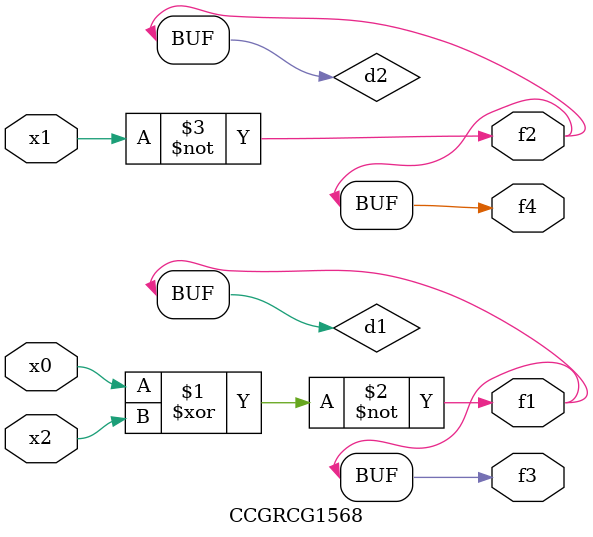
<source format=v>
module CCGRCG1568(
	input x0, x1, x2,
	output f1, f2, f3, f4
);

	wire d1, d2, d3;

	xnor (d1, x0, x2);
	nand (d2, x1);
	nor (d3, x1, x2);
	assign f1 = d1;
	assign f2 = d2;
	assign f3 = d1;
	assign f4 = d2;
endmodule

</source>
